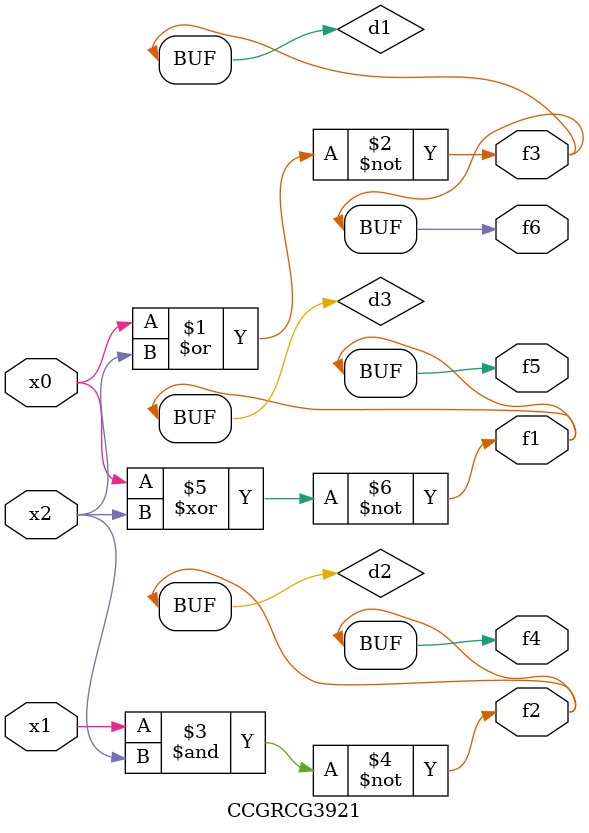
<source format=v>
module CCGRCG3921(
	input x0, x1, x2,
	output f1, f2, f3, f4, f5, f6
);

	wire d1, d2, d3;

	nor (d1, x0, x2);
	nand (d2, x1, x2);
	xnor (d3, x0, x2);
	assign f1 = d3;
	assign f2 = d2;
	assign f3 = d1;
	assign f4 = d2;
	assign f5 = d3;
	assign f6 = d1;
endmodule

</source>
